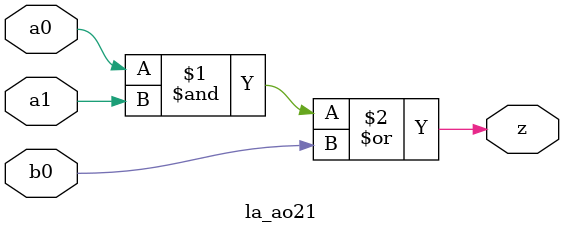
<source format=v>


module la_ao21 #(
    parameter PROP = "DEFAULT"
) (
    input  a0,
    input  a1,
    input  b0,
    output z
);

    assign z = (a0 & a1) | b0;

endmodule

</source>
